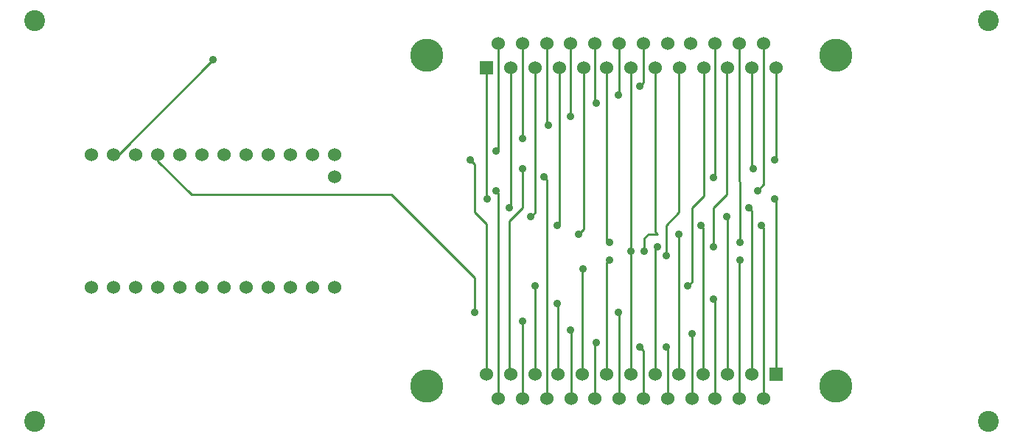
<source format=gtl>
G04 #@! TF.FileFunction,Copper,L1,Top,Signal*
%FSLAX46Y46*%
G04 Gerber Fmt 4.6, Leading zero omitted, Abs format (unit mm)*
G04 Created by KiCad (PCBNEW 4.0.7) date 12/13/17 15:12:22*
%MOMM*%
%LPD*%
G01*
G04 APERTURE LIST*
%ADD10C,0.100000*%
%ADD11C,1.524000*%
%ADD12C,3.810000*%
%ADD13R,1.524000X1.524000*%
%ADD14C,2.400000*%
%ADD15C,0.889000*%
%ADD16C,0.254000*%
G04 APERTURE END LIST*
D10*
D11*
X12570000Y-34120000D03*
X10030000Y-18880000D03*
X25270000Y-34120000D03*
X25270000Y-18880000D03*
X22730000Y-18880000D03*
X20190000Y-18880000D03*
X17650000Y-18880000D03*
X15110000Y-18880000D03*
X12570000Y-18880000D03*
X27810000Y-18880000D03*
X30350000Y-18880000D03*
X32890000Y-18880000D03*
X35430000Y-18880000D03*
X37970000Y-18880000D03*
X22730000Y-34120000D03*
X20190000Y-34120000D03*
X17650000Y-34120000D03*
X15110000Y-34120000D03*
X10030000Y-34120000D03*
X27810000Y-34120000D03*
X30350000Y-34120000D03*
X32890000Y-34120000D03*
X35430000Y-34120000D03*
X37970000Y-34120000D03*
X37970000Y-21420000D03*
D12*
X48505000Y-45500000D03*
X95495000Y-45500000D03*
D13*
X88637000Y-44103000D03*
D11*
X85843000Y-44103000D03*
X83049000Y-44103000D03*
X80255000Y-44103000D03*
X77461000Y-44103000D03*
X74794000Y-44103000D03*
X72000000Y-44103000D03*
X69206000Y-44103000D03*
X66412000Y-44103000D03*
X63618000Y-44103000D03*
X60951000Y-44103000D03*
X58157000Y-44103000D03*
X55363000Y-44103000D03*
X87240000Y-46897000D03*
X84446000Y-46897000D03*
X81652000Y-46897000D03*
X78985000Y-46897000D03*
X76191000Y-46897000D03*
X73397000Y-46897000D03*
X70603000Y-46897000D03*
X67809000Y-46897000D03*
X65142000Y-46897000D03*
X62348000Y-46897000D03*
X59554000Y-46897000D03*
X56760000Y-46897000D03*
D12*
X95495000Y-7500000D03*
X48505000Y-7500000D03*
D13*
X55363000Y-8897000D03*
D11*
X58157000Y-8897000D03*
X60951000Y-8897000D03*
X63745000Y-8897000D03*
X66539000Y-8897000D03*
X69206000Y-8897000D03*
X72000000Y-8897000D03*
X74794000Y-8897000D03*
X77588000Y-8897000D03*
X80382000Y-8897000D03*
X83049000Y-8897000D03*
X85843000Y-8897000D03*
X88637000Y-8897000D03*
X56760000Y-6103000D03*
X59554000Y-6103000D03*
X62348000Y-6103000D03*
X65015000Y-6103000D03*
X67809000Y-6103000D03*
X70603000Y-6103000D03*
X73397000Y-6103000D03*
X76191000Y-6103000D03*
X78858000Y-6103000D03*
X81652000Y-6103000D03*
X84446000Y-6103000D03*
X87240000Y-6103000D03*
D14*
X3500000Y-3500000D03*
X3500000Y-49500000D03*
X113000000Y-3500000D03*
X113000000Y-49500000D03*
D15*
X62000000Y-21420000D03*
X81500000Y-21500000D03*
X87000000Y-27000000D03*
X56500000Y-18500000D03*
X84500000Y-31000000D03*
X59500000Y-17000000D03*
X79000000Y-39500000D03*
X65000000Y-14500000D03*
X76000000Y-41000000D03*
X68000000Y-13000000D03*
X56500000Y-23000000D03*
X86500000Y-23000000D03*
X77500000Y-28000000D03*
X66000000Y-28000000D03*
X88500000Y-24000000D03*
X55500000Y-24000000D03*
X85500000Y-25000000D03*
X58000000Y-25000000D03*
X83000000Y-26000000D03*
X60500000Y-26000000D03*
X80000000Y-27000000D03*
X63500000Y-27000000D03*
X86000000Y-20500000D03*
X59500000Y-20500000D03*
X75000000Y-29500000D03*
X69500000Y-29000000D03*
X72000000Y-30000000D03*
X73500000Y-30000000D03*
X69500000Y-31000000D03*
X76000000Y-30500000D03*
X66500000Y-32000000D03*
X78500000Y-34000000D03*
X63500000Y-36000000D03*
X81500000Y-29500000D03*
X61000000Y-34000000D03*
X88500000Y-19500000D03*
X53500000Y-19500000D03*
X68000000Y-40500000D03*
X73000000Y-41000000D03*
X70500000Y-12000000D03*
X70500000Y-37000000D03*
X54000000Y-37000000D03*
X73000000Y-11000000D03*
X24000000Y-8000000D03*
X65000000Y-39000000D03*
X84500000Y-29000000D03*
X59500000Y-38000000D03*
X81500000Y-35500000D03*
X62500000Y-15500000D03*
D16*
X62348000Y-46897000D02*
X62348000Y-21768000D01*
X62348000Y-21768000D02*
X62000000Y-21420000D01*
X81652000Y-21348000D02*
X81652000Y-6103000D01*
X81500000Y-21500000D02*
X81652000Y-21348000D01*
X87240000Y-27240000D02*
X87240000Y-46897000D01*
X87000000Y-27000000D02*
X87240000Y-27240000D01*
X56760000Y-18240000D02*
X56760000Y-6103000D01*
X56500000Y-18500000D02*
X56760000Y-18240000D01*
X84446000Y-31054000D02*
X84446000Y-46897000D01*
X84500000Y-31000000D02*
X84446000Y-31054000D01*
X59554000Y-16946000D02*
X59554000Y-6103000D01*
X59500000Y-17000000D02*
X59554000Y-16946000D01*
X78985000Y-39515000D02*
X78985000Y-46897000D01*
X79000000Y-39500000D02*
X78985000Y-39515000D01*
X65015000Y-14485000D02*
X65015000Y-6103000D01*
X65000000Y-14500000D02*
X65015000Y-14485000D01*
X76191000Y-41191000D02*
X76191000Y-46897000D01*
X76000000Y-41000000D02*
X76191000Y-41191000D01*
X67809000Y-12809000D02*
X67809000Y-6103000D01*
X68000000Y-13000000D02*
X67809000Y-12809000D01*
X56760000Y-46897000D02*
X56760000Y-23260000D01*
X56760000Y-23260000D02*
X56500000Y-23000000D01*
X87240000Y-22260000D02*
X87240000Y-6103000D01*
X86500000Y-23000000D02*
X87240000Y-22260000D01*
X77461000Y-28039000D02*
X77461000Y-44103000D01*
X77500000Y-28000000D02*
X77461000Y-28039000D01*
X66539000Y-27461000D02*
X66539000Y-8897000D01*
X66000000Y-28000000D02*
X66539000Y-27461000D01*
X88637000Y-24137000D02*
X88637000Y-44103000D01*
X88500000Y-24000000D02*
X88637000Y-24137000D01*
X55363000Y-23863000D02*
X55363000Y-8897000D01*
X55500000Y-24000000D02*
X55363000Y-23863000D01*
X85843000Y-25343000D02*
X85843000Y-44103000D01*
X85500000Y-25000000D02*
X85843000Y-25343000D01*
X58157000Y-24843000D02*
X58157000Y-8897000D01*
X58000000Y-25000000D02*
X58157000Y-24843000D01*
X83049000Y-26049000D02*
X83049000Y-44103000D01*
X83000000Y-26000000D02*
X83049000Y-26049000D01*
X60951000Y-25549000D02*
X60951000Y-8897000D01*
X60500000Y-26000000D02*
X60951000Y-25549000D01*
X80255000Y-27255000D02*
X80255000Y-44103000D01*
X80000000Y-27000000D02*
X80255000Y-27255000D01*
X63745000Y-26755000D02*
X63745000Y-8897000D01*
X63500000Y-27000000D02*
X63745000Y-26755000D01*
X85843000Y-20343000D02*
X85843000Y-8897000D01*
X86000000Y-20500000D02*
X85843000Y-20343000D01*
X58000000Y-43946000D02*
X58157000Y-44103000D01*
X58000000Y-26500000D02*
X58000000Y-43946000D01*
X59500000Y-25000000D02*
X58000000Y-26500000D01*
X59500000Y-20500000D02*
X59500000Y-25000000D01*
X74794000Y-29706000D02*
X74794000Y-44103000D01*
X75000000Y-29500000D02*
X74794000Y-29706000D01*
X69206000Y-28706000D02*
X69206000Y-8897000D01*
X69500000Y-29000000D02*
X69206000Y-28706000D01*
X72000000Y-30000000D02*
X72000000Y-44103000D01*
X72000000Y-30000000D02*
X72000000Y-8897000D01*
X74794000Y-27794000D02*
X74794000Y-8897000D01*
X75000000Y-28000000D02*
X74794000Y-27794000D01*
X74000000Y-28000000D02*
X75000000Y-28000000D01*
X73500000Y-28500000D02*
X74000000Y-28000000D01*
X73500000Y-30000000D02*
X73500000Y-28500000D01*
X69206000Y-31294000D02*
X69206000Y-44103000D01*
X69500000Y-31000000D02*
X69206000Y-31294000D01*
X77500000Y-8985000D02*
X77588000Y-8897000D01*
X77500000Y-25500000D02*
X77500000Y-8985000D01*
X76000000Y-27000000D02*
X77500000Y-25500000D01*
X76000000Y-30500000D02*
X76000000Y-27000000D01*
X66412000Y-32088000D02*
X66412000Y-44103000D01*
X66500000Y-32000000D02*
X66412000Y-32088000D01*
X80382000Y-23618000D02*
X80382000Y-8897000D01*
X79000000Y-25000000D02*
X80382000Y-23618000D01*
X79000000Y-33500000D02*
X79000000Y-25000000D01*
X78500000Y-34000000D02*
X79000000Y-33500000D01*
X63618000Y-36118000D02*
X63618000Y-44103000D01*
X63500000Y-36000000D02*
X63618000Y-36118000D01*
X83000000Y-8946000D02*
X83049000Y-8897000D01*
X83000000Y-23500000D02*
X83000000Y-8946000D01*
X81500000Y-25000000D02*
X83000000Y-23500000D01*
X81500000Y-29500000D02*
X81500000Y-25000000D01*
X60951000Y-34049000D02*
X60951000Y-44103000D01*
X61000000Y-34000000D02*
X60951000Y-34049000D01*
X88637000Y-19363000D02*
X88637000Y-8897000D01*
X88500000Y-19500000D02*
X88637000Y-19363000D01*
X55363000Y-26863000D02*
X55363000Y-44103000D01*
X54000000Y-25500000D02*
X55363000Y-26863000D01*
X54000000Y-20000000D02*
X54000000Y-25500000D01*
X53500000Y-19500000D02*
X54000000Y-20000000D01*
X67809000Y-40691000D02*
X67809000Y-46897000D01*
X68000000Y-40500000D02*
X67809000Y-40691000D01*
X73397000Y-41397000D02*
X73397000Y-46897000D01*
X73000000Y-41000000D02*
X73397000Y-41397000D01*
X70603000Y-11897000D02*
X70603000Y-6103000D01*
X70500000Y-12000000D02*
X70603000Y-11897000D01*
X17650000Y-18880000D02*
X17650000Y-19650000D01*
X70603000Y-37103000D02*
X70603000Y-46897000D01*
X70500000Y-37000000D02*
X70603000Y-37103000D01*
X54000000Y-33000000D02*
X54000000Y-37000000D01*
X44500000Y-23500000D02*
X54000000Y-33000000D01*
X21500000Y-23500000D02*
X44500000Y-23500000D01*
X17650000Y-19650000D02*
X21500000Y-23500000D01*
X73397000Y-10603000D02*
X73397000Y-6103000D01*
X73000000Y-11000000D02*
X73397000Y-10603000D01*
X13120000Y-18880000D02*
X12570000Y-18880000D01*
X24000000Y-8000000D02*
X13120000Y-18880000D01*
X65142000Y-39142000D02*
X65142000Y-46897000D01*
X65000000Y-39000000D02*
X65142000Y-39142000D01*
X84446000Y-21946000D02*
X84446000Y-6103000D01*
X84500000Y-22000000D02*
X84446000Y-21946000D01*
X84500000Y-29000000D02*
X84500000Y-22000000D01*
X59554000Y-38054000D02*
X59554000Y-46897000D01*
X59500000Y-38000000D02*
X59554000Y-38054000D01*
X81652000Y-35652000D02*
X81652000Y-46897000D01*
X81500000Y-35500000D02*
X81652000Y-35652000D01*
X62348000Y-15348000D02*
X62348000Y-6103000D01*
X62500000Y-15500000D02*
X62348000Y-15348000D01*
M02*

</source>
